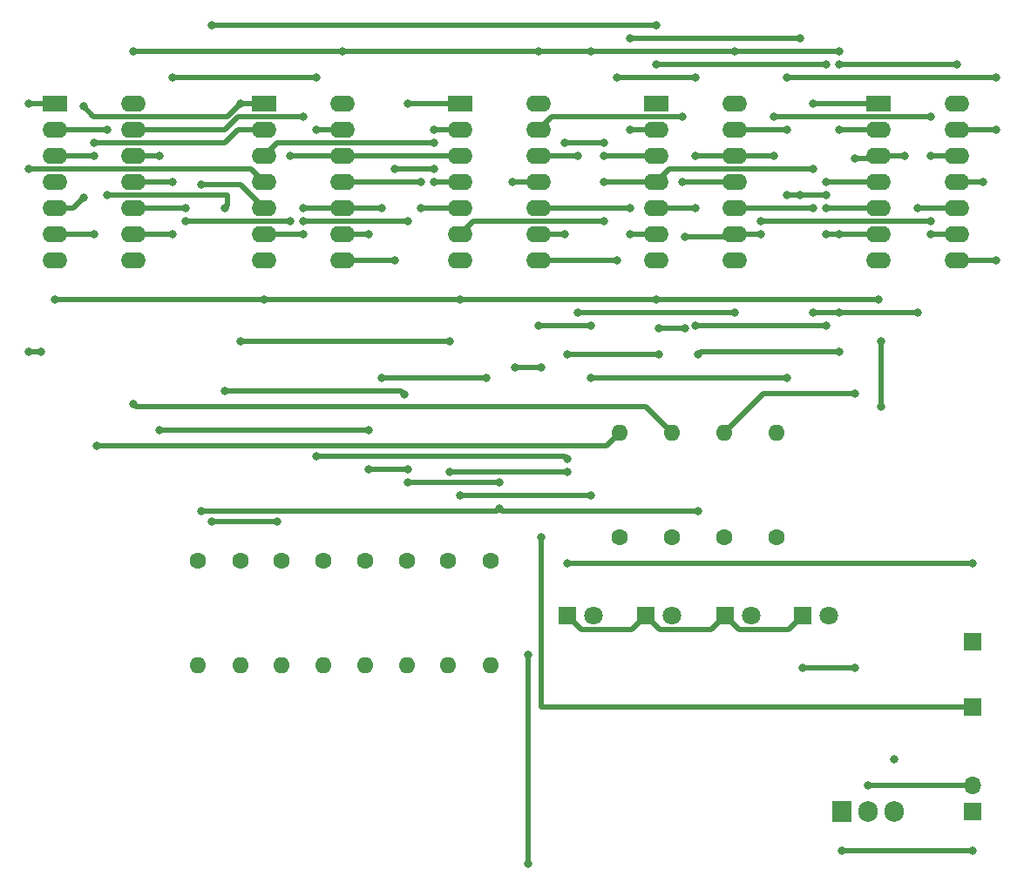
<source format=gbr>
%TF.GenerationSoftware,KiCad,Pcbnew,7.0.9*%
%TF.CreationDate,2023-12-30T10:08:20+11:00*%
%TF.ProjectId,4-bit-rca,342d6269-742d-4726-9361-2e6b69636164,rev?*%
%TF.SameCoordinates,Original*%
%TF.FileFunction,Copper,L2,Bot*%
%TF.FilePolarity,Positive*%
%FSLAX46Y46*%
G04 Gerber Fmt 4.6, Leading zero omitted, Abs format (unit mm)*
G04 Created by KiCad (PCBNEW 7.0.9) date 2023-12-30 10:08:20*
%MOMM*%
%LPD*%
G01*
G04 APERTURE LIST*
%TA.AperFunction,ComponentPad*%
%ADD10C,1.600000*%
%TD*%
%TA.AperFunction,ComponentPad*%
%ADD11O,1.600000X1.600000*%
%TD*%
%TA.AperFunction,ComponentPad*%
%ADD12R,1.905000X2.000000*%
%TD*%
%TA.AperFunction,ComponentPad*%
%ADD13O,1.905000X2.000000*%
%TD*%
%TA.AperFunction,ComponentPad*%
%ADD14R,1.700000X1.700000*%
%TD*%
%TA.AperFunction,ComponentPad*%
%ADD15R,2.400000X1.600000*%
%TD*%
%TA.AperFunction,ComponentPad*%
%ADD16O,2.400000X1.600000*%
%TD*%
%TA.AperFunction,ComponentPad*%
%ADD17R,1.800000X1.800000*%
%TD*%
%TA.AperFunction,ComponentPad*%
%ADD18C,1.800000*%
%TD*%
%TA.AperFunction,ComponentPad*%
%ADD19O,1.700000X1.700000*%
%TD*%
%TA.AperFunction,ViaPad*%
%ADD20C,0.800000*%
%TD*%
%TA.AperFunction,Conductor*%
%ADD21C,0.500000*%
%TD*%
%TA.AperFunction,Conductor*%
%ADD22C,1.000000*%
%TD*%
G04 APERTURE END LIST*
D10*
%TO.P,R12,1*%
%TO.N,Net-(R12-Pad1)*%
X124130000Y-106440000D03*
D11*
%TO.P,R12,2*%
%TO.N,Net-(R12-Pad2)*%
X124130000Y-116600000D03*
%TD*%
%TO.P,R6,2*%
%TO.N,Net-(R6-Pad2)*%
X148480000Y-116620000D03*
D10*
%TO.P,R6,1*%
%TO.N,Net-(R6-Pad1)*%
X148480000Y-106460000D03*
%TD*%
D12*
%TO.P,U6,1,IN*%
%TO.N,Net-(BT1-+)*%
X186690000Y-130810000D03*
D13*
%TO.P,U6,2,GND*%
%TO.N,Net-(BT1--)*%
X189230000Y-130810000D03*
%TO.P,U6,3,OUT*%
%TO.N,Net-(U1E-VCC)*%
X191770000Y-130810000D03*
%TD*%
D10*
%TO.P,R7,1*%
%TO.N,Net-(R7-Pad1)*%
X144456000Y-106426000D03*
D11*
%TO.P,R7,2*%
%TO.N,Net-(R7-Pad2)*%
X144456000Y-116586000D03*
%TD*%
D10*
%TO.P,R8,1*%
%TO.N,Net-(R8-Pad1)*%
X140406000Y-106426000D03*
D11*
%TO.P,R8,2*%
%TO.N,Net-(R8-Pad2)*%
X140406000Y-116586000D03*
%TD*%
D10*
%TO.P,R10,1*%
%TO.N,Net-(R10-Pad1)*%
X132306000Y-106426000D03*
D11*
%TO.P,R10,2*%
%TO.N,Net-(R10-Pad2)*%
X132306000Y-116586000D03*
%TD*%
D10*
%TO.P,R11,1*%
%TO.N,Net-(R11-Pad1)*%
X128256000Y-106426000D03*
D11*
%TO.P,R11,2*%
%TO.N,Net-(R11-Pad2)*%
X128256000Y-116586000D03*
%TD*%
D10*
%TO.P,R9,1*%
%TO.N,Net-(R9-Pad1)*%
X136356000Y-106426000D03*
D11*
%TO.P,R9,2*%
%TO.N,Net-(R9-Pad2)*%
X136356000Y-116586000D03*
%TD*%
D10*
%TO.P,R5,1*%
%TO.N,Net-(R5-Pad1)*%
X152556000Y-106426000D03*
D11*
%TO.P,R5,2*%
%TO.N,Net-(R5-Pad2)*%
X152556000Y-116586000D03*
%TD*%
D10*
%TO.P,R3,1*%
%TO.N,Net-(D3-A)*%
X175260000Y-104140000D03*
D11*
%TO.P,R3,2*%
%TO.N,Net-(R3-Pad2)*%
X175260000Y-93980000D03*
%TD*%
D14*
%TO.P,J2,1,Pin_1*%
%TO.N,Net-(J2-Pin_1)*%
X199390000Y-120650000D03*
%TD*%
D15*
%TO.P,U4,1*%
%TO.N,Net-(R10-Pad1)*%
X168656000Y-61976000D03*
D16*
%TO.P,U4,2*%
%TO.N,Net-(R6-Pad1)*%
X168656000Y-64516000D03*
%TO.P,U4,3*%
%TO.N,Net-(U3-Pad9)*%
X168656000Y-67056000D03*
%TO.P,U4,4*%
%TO.N,Net-(U3-Pad6)*%
X168656000Y-69596000D03*
%TO.P,U4,5*%
%TO.N,Net-(U4-Pad5)*%
X168656000Y-72136000D03*
%TO.P,U4,6*%
%TO.N,Net-(U3-Pad10)*%
X168656000Y-74676000D03*
%TO.P,U4,7,GND*%
%TO.N,Net-(BT1--)*%
X168656000Y-77216000D03*
%TO.P,U4,8*%
%TO.N,Net-(U3-Pad12)*%
X176276000Y-77216000D03*
%TO.P,U4,9*%
%TO.N,Net-(R9-Pad1)*%
X176276000Y-74676000D03*
%TO.P,U4,10*%
%TO.N,Net-(R5-Pad1)*%
X176276000Y-72136000D03*
%TO.P,U4,11*%
%TO.N,Net-(U3-Pad13)*%
X176276000Y-69596000D03*
%TO.P,U4,12*%
%TO.N,Net-(U3-Pad8)*%
X176276000Y-67056000D03*
%TO.P,U4,13*%
%TO.N,Net-(U4-Pad13)*%
X176276000Y-64516000D03*
%TO.P,U4,14,VCC*%
%TO.N,Net-(U1E-VCC)*%
X176276000Y-61976000D03*
%TD*%
D15*
%TO.P,U5,1*%
%TO.N,Net-(U3-Pad6)*%
X190256000Y-61971000D03*
D16*
%TO.P,U5,2*%
%TO.N,Net-(U4-Pad5)*%
X190256000Y-64511000D03*
%TO.P,U5,3*%
%TO.N,Net-(R3-Pad2)*%
X190256000Y-67051000D03*
%TO.P,U5,4*%
%TO.N,Net-(R10-Pad1)*%
X190256000Y-69591000D03*
%TO.P,U5,5*%
%TO.N,Net-(R6-Pad1)*%
X190256000Y-72131000D03*
%TO.P,U5,6*%
%TO.N,Net-(U4-Pad5)*%
X190256000Y-74671000D03*
%TO.P,U5,7,GND*%
%TO.N,Net-(BT1--)*%
X190256000Y-77211000D03*
%TO.P,U5,8*%
%TO.N,Net-(U4-Pad13)*%
X197876000Y-77211000D03*
%TO.P,U5,9*%
%TO.N,Net-(R9-Pad1)*%
X197876000Y-74671000D03*
%TO.P,U5,10*%
%TO.N,Net-(R5-Pad1)*%
X197876000Y-72131000D03*
%TO.P,U5,11*%
%TO.N,Net-(R4-Pad2)*%
X197876000Y-69591000D03*
%TO.P,U5,12*%
%TO.N,Net-(U3-Pad8)*%
X197876000Y-67051000D03*
%TO.P,U5,13*%
%TO.N,Net-(U4-Pad13)*%
X197876000Y-64511000D03*
%TO.P,U5,14,VCC*%
%TO.N,Net-(U1E-VCC)*%
X197876000Y-61971000D03*
%TD*%
D17*
%TO.P,D1,1,K*%
%TO.N,Net-(BT1--)*%
X160020000Y-111760000D03*
D18*
%TO.P,D1,2,A*%
%TO.N,Net-(D1-A)*%
X162560000Y-111760000D03*
%TD*%
D10*
%TO.P,R1,1*%
%TO.N,Net-(D1-A)*%
X165100000Y-104140000D03*
D11*
%TO.P,R1,2*%
%TO.N,Net-(R1-Pad2)*%
X165100000Y-93980000D03*
%TD*%
D14*
%TO.P,BT1,1,+*%
%TO.N,Net-(BT1-+)*%
X199390000Y-130810000D03*
D19*
%TO.P,BT1,2,-*%
%TO.N,Net-(BT1--)*%
X199390000Y-128270000D03*
%TD*%
D17*
%TO.P,D2,1,K*%
%TO.N,Net-(BT1--)*%
X167640000Y-111760000D03*
D18*
%TO.P,D2,2,A*%
%TO.N,Net-(D2-A)*%
X170180000Y-111760000D03*
%TD*%
D14*
%TO.P,J1,1,Pin_1*%
%TO.N,Net-(J1-Pin_1)*%
X199390000Y-114300000D03*
%TD*%
D15*
%TO.P,U1,1*%
%TO.N,Net-(R12-Pad1)*%
X110236000Y-61976000D03*
D16*
%TO.P,U1,2*%
%TO.N,Net-(R8-Pad1)*%
X110236000Y-64516000D03*
%TO.P,U1,3*%
%TO.N,Net-(U1-Pad3)*%
X110236000Y-67056000D03*
%TO.P,U1,4*%
X110236000Y-69596000D03*
%TO.P,U1,5*%
%TO.N,Net-(J1-Pin_1)*%
X110236000Y-72136000D03*
%TO.P,U1,6*%
%TO.N,Net-(R1-Pad2)*%
X110236000Y-74676000D03*
%TO.P,U1,7,GND*%
%TO.N,Net-(BT1--)*%
X110236000Y-77216000D03*
%TO.P,U1,8*%
%TO.N,Net-(R2-Pad2)*%
X117856000Y-77216000D03*
%TO.P,U1,9*%
%TO.N,Net-(U1-Pad11)*%
X117856000Y-74676000D03*
%TO.P,U1,10*%
%TO.N,Net-(U1-Pad10)*%
X117856000Y-72136000D03*
%TO.P,U1,11*%
%TO.N,Net-(U1-Pad11)*%
X117856000Y-69596000D03*
%TO.P,U1,12*%
%TO.N,Net-(R11-Pad1)*%
X117856000Y-67056000D03*
%TO.P,U1,13*%
%TO.N,Net-(R7-Pad1)*%
X117856000Y-64516000D03*
%TO.P,U1,14,VCC*%
%TO.N,Net-(U1E-VCC)*%
X117856000Y-61976000D03*
%TD*%
D17*
%TO.P,D4,1,K*%
%TO.N,Net-(BT1--)*%
X182880000Y-111760000D03*
D18*
%TO.P,D4,2,A*%
%TO.N,Net-(D4-A)*%
X185420000Y-111760000D03*
%TD*%
D15*
%TO.P,U2,1*%
%TO.N,Net-(J1-Pin_1)*%
X130556000Y-61976000D03*
D16*
%TO.P,U2,2*%
%TO.N,Net-(U1-Pad3)*%
X130556000Y-64516000D03*
%TO.P,U2,3*%
%TO.N,Net-(U2-Pad3)*%
X130556000Y-67056000D03*
%TO.P,U2,4*%
%TO.N,Net-(R12-Pad1)*%
X130556000Y-69596000D03*
%TO.P,U2,5*%
%TO.N,Net-(R5-Pad1)*%
X130556000Y-72136000D03*
%TO.P,U2,6*%
%TO.N,Net-(U2-Pad6)*%
X130556000Y-74676000D03*
%TO.P,U2,7,GND*%
%TO.N,Net-(BT1--)*%
X130556000Y-77216000D03*
%TO.P,U2,8*%
%TO.N,Net-(U2-Pad8)*%
X138176000Y-77216000D03*
%TO.P,U2,9*%
%TO.N,Net-(R11-Pad1)*%
X138176000Y-74676000D03*
%TO.P,U2,10*%
%TO.N,Net-(R7-Pad1)*%
X138176000Y-72136000D03*
%TO.P,U2,11*%
%TO.N,Net-(U2-Pad11)*%
X138176000Y-69596000D03*
%TO.P,U2,12*%
%TO.N,Net-(U1-Pad10)*%
X138176000Y-67056000D03*
%TO.P,U2,13*%
%TO.N,Net-(U1-Pad11)*%
X138176000Y-64516000D03*
%TO.P,U2,14,VCC*%
%TO.N,Net-(U1E-VCC)*%
X138176000Y-61976000D03*
%TD*%
D15*
%TO.P,U3,1*%
%TO.N,Net-(U2-Pad6)*%
X149616000Y-61971000D03*
D16*
%TO.P,U3,2*%
%TO.N,Net-(U2-Pad3)*%
X149616000Y-64511000D03*
%TO.P,U3,3*%
%TO.N,Net-(U1-Pad10)*%
X149616000Y-67051000D03*
%TO.P,U3,4*%
%TO.N,Net-(U2-Pad8)*%
X149616000Y-69591000D03*
%TO.P,U3,5*%
%TO.N,Net-(U2-Pad11)*%
X149616000Y-72131000D03*
%TO.P,U3,6*%
%TO.N,Net-(U3-Pad6)*%
X149616000Y-74671000D03*
%TO.P,U3,7,GND*%
%TO.N,Net-(BT1--)*%
X149616000Y-77211000D03*
%TO.P,U3,8*%
%TO.N,Net-(U3-Pad8)*%
X157236000Y-77211000D03*
%TO.P,U3,9*%
%TO.N,Net-(U3-Pad9)*%
X157236000Y-74671000D03*
%TO.P,U3,10*%
%TO.N,Net-(U3-Pad10)*%
X157236000Y-72131000D03*
%TO.P,U3,11*%
%TO.N,Net-(J2-Pin_1)*%
X157236000Y-69591000D03*
%TO.P,U3,12*%
%TO.N,Net-(U3-Pad12)*%
X157236000Y-67051000D03*
%TO.P,U3,13*%
%TO.N,Net-(U3-Pad13)*%
X157236000Y-64511000D03*
%TO.P,U3,14,VCC*%
%TO.N,Net-(U1E-VCC)*%
X157236000Y-61971000D03*
%TD*%
D10*
%TO.P,R4,1*%
%TO.N,Net-(D4-A)*%
X180340000Y-104140000D03*
D11*
%TO.P,R4,2*%
%TO.N,Net-(R4-Pad2)*%
X180340000Y-93980000D03*
%TD*%
D17*
%TO.P,D3,1,K*%
%TO.N,Net-(BT1--)*%
X175380000Y-111760000D03*
D18*
%TO.P,D3,2,A*%
%TO.N,Net-(D3-A)*%
X177920000Y-111760000D03*
%TD*%
D10*
%TO.P,R2,1*%
%TO.N,Net-(D2-A)*%
X170180000Y-104140000D03*
D11*
%TO.P,R2,2*%
%TO.N,Net-(R2-Pad2)*%
X170180000Y-93980000D03*
%TD*%
D20*
%TO.N,Net-(R5-Pad1)*%
X124460000Y-101600000D03*
X124460000Y-69850000D03*
%TO.N,Net-(U1E-VCC)*%
X156210000Y-135890000D03*
%TO.N,Net-(BT1--)*%
X189230000Y-128270000D03*
%TO.N,Net-(U1E-VCC)*%
X191770000Y-125730000D03*
%TO.N,Net-(BT1--)*%
X190500000Y-85090000D03*
X190500000Y-91440000D03*
%TO.N,Net-(R5-Pad1)*%
X172720000Y-101600000D03*
X172720000Y-86360000D03*
X153416000Y-101346000D03*
%TO.N,Net-(J1-Pin_1)*%
X113030000Y-62230000D03*
X113030000Y-71120000D03*
X128270000Y-85090000D03*
X148590000Y-97790000D03*
X128270000Y-61976000D03*
X160020000Y-106680000D03*
X199390000Y-106680000D03*
X160020000Y-97790000D03*
X148590000Y-85090000D03*
%TO.N,Net-(J2-Pin_1)*%
X157480000Y-87630000D03*
X154940000Y-87630000D03*
X157480000Y-104140000D03*
%TO.N,Net-(BT1--)*%
X182880000Y-116840000D03*
X187960000Y-116840000D03*
%TO.N,Net-(U1E-VCC)*%
X191770000Y-130810000D03*
%TO.N,Net-(BT1-+)*%
X186690000Y-134620000D03*
X199390000Y-134620000D03*
%TO.N,Net-(R9-Pad1)*%
X171450000Y-74930000D03*
X160020000Y-86360000D03*
X168910000Y-83820000D03*
X160020000Y-96520000D03*
X168910000Y-86360000D03*
X171450000Y-83820000D03*
%TO.N,Net-(R1-Pad2)*%
X114300000Y-95250000D03*
%TO.N,Net-(R3-Pad2)*%
X187960000Y-90170000D03*
X187960000Y-67310000D03*
%TO.N,Net-(U1E-VCC)*%
X156210000Y-115570000D03*
%TO.N,Net-(R6-Pad1)*%
X162306000Y-100076000D03*
X149606000Y-100076000D03*
%TO.N,Net-(R7-Pad1)*%
X153416000Y-98806000D03*
X144526000Y-98806000D03*
%TO.N,Net-(R8-Pad1)*%
X140716000Y-97536000D03*
X144526000Y-97536000D03*
%TO.N,Net-(R10-Pad1)*%
X125476000Y-102616000D03*
X131826000Y-102616000D03*
%TO.N,Net-(U1E-VCC)*%
X117856000Y-56896000D03*
%TO.N,Net-(R7-Pad1)*%
X134366000Y-72136000D03*
X134366000Y-63246000D03*
%TO.N,Net-(BT1--)*%
X110236000Y-81026000D03*
%TO.N,Net-(R4-Pad2)*%
X200406000Y-69596000D03*
%TO.N,Net-(R9-Pad1)*%
X135636000Y-96266000D03*
%TO.N,Net-(U2-Pad6)*%
X134366000Y-74676000D03*
%TO.N,Net-(U4-Pad5)*%
X186436000Y-64516000D03*
%TO.N,Net-(J2-Pin_1)*%
X154686000Y-69596000D03*
%TO.N,Net-(R12-Pad1)*%
X107732000Y-86070000D03*
%TO.N,Net-(U1E-VCC)*%
X162306000Y-56896000D03*
%TO.N,Net-(BT1--)*%
X130556000Y-81026000D03*
%TO.N,Net-(U4-Pad13)*%
X181356000Y-64516000D03*
X181356000Y-59436000D03*
%TO.N,Net-(U1E-VCC)*%
X157226000Y-83566000D03*
%TO.N,Net-(U2-Pad8)*%
X143256000Y-77216000D03*
%TO.N,Net-(U1-Pad11)*%
X135636000Y-59436000D03*
X135636000Y-64516000D03*
X121666000Y-59436000D03*
X121666000Y-74676000D03*
X121666000Y-69596000D03*
%TO.N,Net-(U2-Pad6)*%
X144526000Y-73406000D03*
X134366000Y-73406000D03*
X144526000Y-61976000D03*
%TO.N,Net-(U2-Pad8)*%
X147066000Y-68326000D03*
X143256000Y-68326000D03*
X147066000Y-69596000D03*
%TO.N,Net-(U1E-VCC)*%
X162306000Y-83566000D03*
%TO.N,Net-(U3-Pad8)*%
X164846000Y-77216000D03*
%TO.N,Net-(U1E-VCC)*%
X197876000Y-58166000D03*
X138176000Y-56896000D03*
%TO.N,Net-(U3-Pad8)*%
X172466000Y-67056000D03*
%TO.N,Net-(U1E-VCC)*%
X176276000Y-56896000D03*
%TO.N,Net-(R12-Pad1)*%
X107696000Y-68326000D03*
X107696000Y-61976000D03*
%TO.N,Net-(R6-Pad1)*%
X182626000Y-70866000D03*
X166116000Y-55626000D03*
%TO.N,Net-(U4-Pad5)*%
X186436000Y-74671000D03*
%TO.N,Net-(R6-Pad1)*%
X185166000Y-70866000D03*
X185166000Y-72136000D03*
X182626000Y-55626000D03*
X166116000Y-64516000D03*
%TO.N,Net-(R10-Pad1)*%
X185166000Y-58166000D03*
X185166000Y-69596000D03*
%TO.N,Net-(R11-Pad1)*%
X120396000Y-93726000D03*
X120396000Y-67056000D03*
%TO.N,Net-(U4-Pad5)*%
X172466000Y-72136000D03*
%TO.N,Net-(R10-Pad1)*%
X168656000Y-58166000D03*
%TO.N,Net-(U4-Pad5)*%
X185166000Y-83566000D03*
%TO.N,Net-(R5-Pad1)*%
X186436000Y-82296000D03*
X186436000Y-86106000D03*
%TO.N,Net-(U3-Pad6)*%
X163576000Y-69596000D03*
%TO.N,Net-(U4-Pad13)*%
X201676000Y-59436000D03*
%TO.N,Net-(U3-Pad6)*%
X163576000Y-73406000D03*
%TO.N,Net-(R5-Pad1)*%
X194056000Y-72136000D03*
X194056000Y-82296000D03*
X183896000Y-72136000D03*
%TO.N,Net-(R8-Pad1)*%
X144200000Y-90242000D03*
%TO.N,Net-(U1E-VCC)*%
X157226000Y-56896000D03*
%TO.N,Net-(U1-Pad10)*%
X122936000Y-73406000D03*
X133096000Y-67056000D03*
X122936000Y-72136000D03*
X133096000Y-73406000D03*
%TO.N,Net-(U3-Pad8)*%
X172466000Y-59436000D03*
%TO.N,Net-(R5-Pad1)*%
X183896000Y-82296000D03*
%TO.N,Net-(U4-Pad5)*%
X185166000Y-74676000D03*
%TO.N,Net-(R10-Pad1)*%
X125476000Y-54356000D03*
X168656000Y-54356000D03*
%TO.N,Net-(U1E-VCC)*%
X186436000Y-56896000D03*
X186436000Y-58166000D03*
%TO.N,Net-(U2-Pad3)*%
X147066000Y-65786000D03*
%TO.N,Net-(U3-Pad6)*%
X183896000Y-68326000D03*
X183896000Y-61976000D03*
%TO.N,Net-(U3-Pad12)*%
X176276000Y-82296000D03*
X161036000Y-67056000D03*
%TO.N,Net-(U3-Pad8)*%
X164846000Y-59436000D03*
%TO.N,Net-(R2-Pad2)*%
X117856000Y-91186000D03*
%TO.N,Net-(R9-Pad1)*%
X178816000Y-74676000D03*
%TO.N,Net-(R7-Pad1)*%
X141986000Y-88646000D03*
X152146000Y-88646000D03*
X141986000Y-72136000D03*
%TO.N,Net-(U2-Pad3)*%
X147066000Y-64516000D03*
%TO.N,Net-(U3-Pad13)*%
X171196000Y-63246000D03*
X171196000Y-69596000D03*
%TO.N,Net-(U4-Pad5)*%
X172466000Y-83566000D03*
%TO.N,Net-(U3-Pad12)*%
X161036000Y-82296000D03*
%TO.N,Net-(U4-Pad13)*%
X201676000Y-77216000D03*
X201676000Y-64516000D03*
%TO.N,Net-(U3-Pad9)*%
X163576000Y-67056000D03*
%TO.N,Net-(R3-Pad2)*%
X192786000Y-67056000D03*
%TO.N,Net-(U3-Pad8)*%
X195326000Y-63246000D03*
%TO.N,Net-(U3-Pad10)*%
X166116000Y-72136000D03*
%TO.N,Net-(R6-Pad1)*%
X162306000Y-88646000D03*
%TO.N,Net-(U3-Pad8)*%
X195326000Y-67056000D03*
%TO.N,Net-(U2-Pad11)*%
X145796000Y-72136000D03*
%TO.N,Net-(R8-Pad1)*%
X115316000Y-64516000D03*
X115316000Y-70866000D03*
%TO.N,Net-(U2-Pad11)*%
X145796000Y-69596000D03*
%TO.N,Net-(U3-Pad8)*%
X180086000Y-63246000D03*
%TO.N,Net-(R1-Pad2)*%
X114046000Y-74676000D03*
%TO.N,Net-(R11-Pad1)*%
X140716000Y-93726000D03*
X140716000Y-74676000D03*
%TO.N,Net-(BT1--)*%
X168656000Y-81026000D03*
%TO.N,Net-(R9-Pad1)*%
X178816000Y-73406000D03*
%TO.N,Net-(BT1--)*%
X149606000Y-81026000D03*
%TO.N,Net-(R12-Pad1)*%
X108930000Y-86070000D03*
%TO.N,Net-(U3-Pad10)*%
X166116000Y-74676000D03*
%TO.N,Net-(R8-Pad1)*%
X126746000Y-72136000D03*
X126746000Y-89916000D03*
%TO.N,Net-(U1-Pad3)*%
X114046000Y-67056000D03*
X114046000Y-65786000D03*
%TO.N,Net-(U3-Pad8)*%
X180086000Y-67056000D03*
%TO.N,Net-(R6-Pad1)*%
X181356000Y-88646000D03*
%TO.N,Net-(BT1--)*%
X190246000Y-81026000D03*
%TO.N,Net-(U3-Pad9)*%
X159766000Y-65786000D03*
%TO.N,Net-(R9-Pad1)*%
X195326000Y-73406000D03*
X195326000Y-74676000D03*
%TO.N,Net-(R6-Pad1)*%
X181356000Y-70866000D03*
%TO.N,Net-(U3-Pad9)*%
X159766000Y-74676000D03*
X163576000Y-65786000D03*
%TD*%
D21*
%TO.N,Net-(R5-Pad1)*%
X128270000Y-69850000D02*
X124460000Y-69850000D01*
X130556000Y-72136000D02*
X128270000Y-69850000D01*
X153162000Y-101600000D02*
X153416000Y-101346000D01*
X124460000Y-101600000D02*
X153162000Y-101600000D01*
%TO.N,Net-(R8-Pad1)*%
X115316000Y-70866000D02*
X127000000Y-70866000D01*
X126746000Y-72136000D02*
X127000000Y-71882000D01*
X127000000Y-71882000D02*
X127000000Y-70866000D01*
%TO.N,Net-(U1E-VCC)*%
X156210000Y-115570000D02*
X156210000Y-135890000D01*
%TO.N,Net-(BT1--)*%
X199390000Y-128270000D02*
X189230000Y-128270000D01*
X110236000Y-81026000D02*
X177546000Y-81026000D01*
X190500000Y-91440000D02*
X190500000Y-85090000D01*
%TO.N,Net-(R5-Pad1)*%
X186436000Y-86106000D02*
X172974000Y-86106000D01*
X172974000Y-86106000D02*
X172720000Y-86360000D01*
X153670000Y-101600000D02*
X153416000Y-101346000D01*
X172720000Y-101600000D02*
X153670000Y-101600000D01*
%TO.N,Net-(J1-Pin_1)*%
X110236000Y-72136000D02*
X112014000Y-72136000D01*
X112014000Y-72136000D02*
X113030000Y-71120000D01*
X113030000Y-62230000D02*
X114026000Y-63226000D01*
X114026000Y-63226000D02*
X127020000Y-63226000D01*
X127020000Y-63226000D02*
X128270000Y-61976000D01*
X160020000Y-97790000D02*
X148590000Y-97790000D01*
X148590000Y-85090000D02*
X128270000Y-85090000D01*
X130556000Y-61976000D02*
X128270000Y-61976000D01*
X199390000Y-106680000D02*
X160020000Y-106680000D01*
%TO.N,Net-(J2-Pin_1)*%
X157480000Y-120650000D02*
X157480000Y-104140000D01*
X199390000Y-120650000D02*
X157480000Y-120650000D01*
X157480000Y-87630000D02*
X154940000Y-87630000D01*
%TO.N,Net-(BT1--)*%
X187960000Y-116840000D02*
X182880000Y-116840000D01*
%TO.N,Net-(BT1-+)*%
X199390000Y-134620000D02*
X186690000Y-134620000D01*
%TO.N,Net-(R9-Pad1)*%
X135636000Y-96266000D02*
X159766000Y-96266000D01*
X159766000Y-96266000D02*
X160020000Y-96520000D01*
X168910000Y-83820000D02*
X171450000Y-83820000D01*
X160020000Y-86360000D02*
X168910000Y-86360000D01*
X171450000Y-74930000D02*
X176022000Y-74930000D01*
X176022000Y-74930000D02*
X176276000Y-74676000D01*
%TO.N,Net-(R1-Pad2)*%
X163830000Y-95250000D02*
X114300000Y-95250000D01*
X165100000Y-93980000D02*
X163830000Y-95250000D01*
%TO.N,Net-(R2-Pad2)*%
X170180000Y-93980000D02*
X167640000Y-91440000D01*
X118110000Y-91440000D02*
X117856000Y-91186000D01*
X167640000Y-91440000D02*
X118110000Y-91440000D01*
%TO.N,Net-(R3-Pad2)*%
X175260000Y-93980000D02*
X179070000Y-90170000D01*
X179070000Y-90170000D02*
X187960000Y-90170000D01*
X189997000Y-67310000D02*
X190256000Y-67051000D01*
X187960000Y-67310000D02*
X189997000Y-67310000D01*
%TO.N,Net-(R6-Pad1)*%
X149606000Y-100076000D02*
X162306000Y-100076000D01*
%TO.N,Net-(R7-Pad1)*%
X144526000Y-98806000D02*
X153416000Y-98806000D01*
%TO.N,Net-(R8-Pad1)*%
X140716000Y-97536000D02*
X144526000Y-97536000D01*
%TO.N,Net-(R10-Pad1)*%
X131826000Y-102616000D02*
X125476000Y-102616000D01*
%TO.N,Net-(R11-Pad1)*%
X120396000Y-93726000D02*
X140716000Y-93726000D01*
%TO.N,Net-(R10-Pad1)*%
X168656000Y-58166000D02*
X185166000Y-58166000D01*
X185171000Y-69591000D02*
X190256000Y-69591000D01*
X185166000Y-69596000D02*
X185171000Y-69591000D01*
%TO.N,Net-(U4-Pad5)*%
X186436000Y-64516000D02*
X190251000Y-64516000D01*
X168656000Y-72136000D02*
X172466000Y-72136000D01*
X190251000Y-64516000D02*
X190256000Y-64511000D01*
X172466000Y-83566000D02*
X185166000Y-83566000D01*
%TO.N,Net-(U3-Pad10)*%
X166111000Y-72131000D02*
X166116000Y-72136000D01*
X166116000Y-74676000D02*
X168656000Y-74676000D01*
X157236000Y-72131000D02*
X166111000Y-72131000D01*
%TO.N,Net-(U3-Pad12)*%
X161036000Y-82296000D02*
X176276000Y-82296000D01*
X161031000Y-67051000D02*
X161036000Y-67056000D01*
X157236000Y-67051000D02*
X161031000Y-67051000D01*
%TO.N,Net-(U3-Pad13)*%
X157236000Y-64511000D02*
X158501000Y-63246000D01*
%TO.N,Net-(U3-Pad8)*%
X172466000Y-67056000D02*
X176276000Y-67056000D01*
%TO.N,Net-(U3-Pad13)*%
X171196000Y-69596000D02*
X176276000Y-69596000D01*
X158501000Y-63246000D02*
X171196000Y-63246000D01*
%TO.N,Net-(U3-Pad8)*%
X164846000Y-59436000D02*
X172466000Y-59436000D01*
%TO.N,Net-(R5-Pad1)*%
X194056000Y-72136000D02*
X197871000Y-72136000D01*
X176276000Y-72136000D02*
X183896000Y-72136000D01*
X197871000Y-72136000D02*
X197876000Y-72131000D01*
%TO.N,Net-(U1E-VCC)*%
X138176000Y-56896000D02*
X162306000Y-56896000D01*
X157226000Y-83566000D02*
X162306000Y-83566000D01*
%TO.N,Net-(U3-Pad8)*%
X164841000Y-77211000D02*
X164846000Y-77216000D01*
X157236000Y-77211000D02*
X164841000Y-77211000D01*
%TO.N,Net-(R9-Pad1)*%
X195326000Y-74676000D02*
X197871000Y-74676000D01*
X197871000Y-74676000D02*
X197876000Y-74671000D01*
%TO.N,Net-(R12-Pad1)*%
X108930000Y-86070000D02*
X107732000Y-86070000D01*
%TO.N,Net-(R11-Pad1)*%
X140716000Y-74676000D02*
X138176000Y-74676000D01*
%TO.N,Net-(R3-Pad2)*%
X192786000Y-67056000D02*
X190261000Y-67056000D01*
X190261000Y-67056000D02*
X190256000Y-67051000D01*
%TO.N,Net-(R4-Pad2)*%
X200406000Y-69596000D02*
X197881000Y-69596000D01*
X197881000Y-69596000D02*
X197876000Y-69591000D01*
%TO.N,Net-(U2-Pad11)*%
X145796000Y-72136000D02*
X149611000Y-72136000D01*
X149611000Y-72136000D02*
X149616000Y-72131000D01*
%TO.N,Net-(U3-Pad6)*%
X163576000Y-69596000D02*
X168656000Y-69596000D01*
%TO.N,Net-(U2-Pad8)*%
X138176000Y-77216000D02*
X143256000Y-77216000D01*
X143256000Y-68326000D02*
X147066000Y-68326000D01*
X149611000Y-69596000D02*
X149616000Y-69591000D01*
X147066000Y-69596000D02*
X149611000Y-69596000D01*
%TO.N,Net-(J2-Pin_1)*%
X157231000Y-69596000D02*
X157236000Y-69591000D01*
%TO.N,Net-(U3-Pad6)*%
X149616000Y-74671000D02*
X150881000Y-73406000D01*
%TO.N,Net-(J2-Pin_1)*%
X154686000Y-69596000D02*
X157231000Y-69596000D01*
%TO.N,Net-(U2-Pad6)*%
X130556000Y-74676000D02*
X134366000Y-74676000D01*
X144531000Y-61971000D02*
X149616000Y-61971000D01*
X144526000Y-61976000D02*
X144531000Y-61971000D01*
X134366000Y-73406000D02*
X144526000Y-73406000D01*
%TO.N,Net-(U3-Pad6)*%
X150881000Y-73406000D02*
X163576000Y-73406000D01*
%TO.N,Net-(U2-Pad11)*%
X138176000Y-69596000D02*
X145796000Y-69596000D01*
%TO.N,Net-(R8-Pad1)*%
X143874000Y-89916000D02*
X144200000Y-90242000D01*
X126746000Y-89916000D02*
X143874000Y-89916000D01*
%TO.N,Net-(U3-Pad6)*%
X183901000Y-61971000D02*
X190256000Y-61971000D01*
%TO.N,Net-(R7-Pad1)*%
X138176000Y-72136000D02*
X141986000Y-72136000D01*
%TO.N,Net-(U3-Pad6)*%
X183896000Y-61976000D02*
X183901000Y-61971000D01*
X168656000Y-69596000D02*
X169926000Y-68326000D01*
X169926000Y-68326000D02*
X183896000Y-68326000D01*
%TO.N,Net-(R7-Pad1)*%
X141986000Y-88646000D02*
X152146000Y-88646000D01*
%TO.N,Net-(R11-Pad1)*%
X117856000Y-67056000D02*
X120396000Y-67056000D01*
%TO.N,Net-(U1-Pad10)*%
X138176000Y-67056000D02*
X149611000Y-67056000D01*
X149611000Y-67056000D02*
X149616000Y-67051000D01*
%TO.N,Net-(R12-Pad1)*%
X107696000Y-86106000D02*
X107732000Y-86070000D01*
%TO.N,Net-(U1-Pad11)*%
X121666000Y-69596000D02*
X117856000Y-69596000D01*
X117856000Y-74676000D02*
X121666000Y-74676000D01*
X135636000Y-64516000D02*
X138176000Y-64516000D01*
X121666000Y-59436000D02*
X135636000Y-59436000D01*
%TO.N,Net-(U1-Pad10)*%
X133096000Y-73406000D02*
X122936000Y-73406000D01*
X122936000Y-72136000D02*
X117856000Y-72136000D01*
X138176000Y-67056000D02*
X133096000Y-67056000D01*
%TO.N,Net-(U2-Pad3)*%
X130556000Y-67056000D02*
X131826000Y-65786000D01*
X147066000Y-64516000D02*
X149611000Y-64516000D01*
X131826000Y-65786000D02*
X147066000Y-65786000D01*
X149611000Y-64516000D02*
X149616000Y-64511000D01*
%TO.N,Net-(R12-Pad1)*%
X107696000Y-61976000D02*
X110236000Y-61976000D01*
X129286000Y-68326000D02*
X107696000Y-68326000D01*
X130556000Y-69596000D02*
X129286000Y-68326000D01*
%TO.N,Net-(BT1--)*%
X175380000Y-111760000D02*
X174030000Y-113110000D01*
X174030000Y-113110000D02*
X168990000Y-113110000D01*
X168990000Y-113110000D02*
X167640000Y-111760000D01*
%TO.N,Net-(R1-Pad2)*%
X110236000Y-74676000D02*
X114046000Y-74676000D01*
%TO.N,Net-(BT1--)*%
X176730000Y-113110000D02*
X175380000Y-111760000D01*
X161370000Y-113110000D02*
X160020000Y-111760000D01*
X182880000Y-111760000D02*
X181530000Y-113110000D01*
X167640000Y-111760000D02*
X166290000Y-113110000D01*
X181530000Y-113110000D02*
X176730000Y-113110000D01*
X166290000Y-113110000D02*
X161370000Y-113110000D01*
%TO.N,Net-(R7-Pad1)*%
X126746000Y-64516000D02*
X128016000Y-63246000D01*
X134366000Y-72136000D02*
X138176000Y-72136000D01*
X128016000Y-63246000D02*
X134366000Y-63246000D01*
X117856000Y-64516000D02*
X126746000Y-64516000D01*
%TO.N,Net-(U1-Pad3)*%
X114046000Y-67056000D02*
X110236000Y-67056000D01*
X126746000Y-65786000D02*
X114046000Y-65786000D01*
X128016000Y-64516000D02*
X126746000Y-65786000D01*
X130556000Y-64516000D02*
X128016000Y-64516000D01*
%TO.N,Net-(R8-Pad1)*%
X110236000Y-64516000D02*
X115316000Y-64516000D01*
D22*
%TO.N,Net-(U1E-VCC)*%
X197866000Y-61961000D02*
X197876000Y-61971000D01*
D21*
X117856000Y-56896000D02*
X138176000Y-56896000D01*
X197876000Y-58166000D02*
X186436000Y-58166000D01*
X162306000Y-56896000D02*
X186436000Y-56896000D01*
%TO.N,Net-(BT1--)*%
X177546000Y-81026000D02*
X190246000Y-81026000D01*
%TO.N,Net-(R6-Pad1)*%
X181356000Y-70866000D02*
X182626000Y-70866000D01*
X162306000Y-88646000D02*
X181356000Y-88646000D01*
%TO.N,Net-(R10-Pad1)*%
X125476000Y-54356000D02*
X168656000Y-54356000D01*
%TO.N,Net-(U4-Pad5)*%
X185166000Y-74676000D02*
X185171000Y-74671000D01*
X185171000Y-74671000D02*
X190256000Y-74671000D01*
%TO.N,Net-(R6-Pad1)*%
X185171000Y-72131000D02*
X185166000Y-72136000D01*
X166116000Y-64516000D02*
X168656000Y-64516000D01*
X185166000Y-70866000D02*
X182626000Y-70866000D01*
X182626000Y-55626000D02*
X166116000Y-55626000D01*
X190256000Y-72131000D02*
X185171000Y-72131000D01*
%TO.N,Net-(R9-Pad1)*%
X178816000Y-73406000D02*
X195326000Y-73406000D01*
X176276000Y-74676000D02*
X178816000Y-74676000D01*
%TO.N,Net-(U3-Pad9)*%
X163576000Y-65786000D02*
X159766000Y-65786000D01*
X159766000Y-74676000D02*
X157241000Y-74676000D01*
X157241000Y-74676000D02*
X157236000Y-74671000D01*
X168656000Y-67056000D02*
X163576000Y-67056000D01*
%TO.N,Net-(R5-Pad1)*%
X183896000Y-82296000D02*
X186436000Y-82296000D01*
X186436000Y-82296000D02*
X194056000Y-82296000D01*
%TO.N,Net-(U4-Pad13)*%
X197881000Y-77216000D02*
X197876000Y-77211000D01*
X197876000Y-64511000D02*
X201671000Y-64511000D01*
X201676000Y-77216000D02*
X197881000Y-77216000D01*
X201671000Y-64511000D02*
X201676000Y-64516000D01*
X201676000Y-59436000D02*
X181356000Y-59436000D01*
X181356000Y-64516000D02*
X176276000Y-64516000D01*
%TO.N,Net-(U3-Pad8)*%
X197876000Y-67051000D02*
X195331000Y-67051000D01*
X195326000Y-63246000D02*
X180086000Y-63246000D01*
X180086000Y-67056000D02*
X176276000Y-67056000D01*
X195331000Y-67051000D02*
X195326000Y-67056000D01*
%TD*%
M02*

</source>
